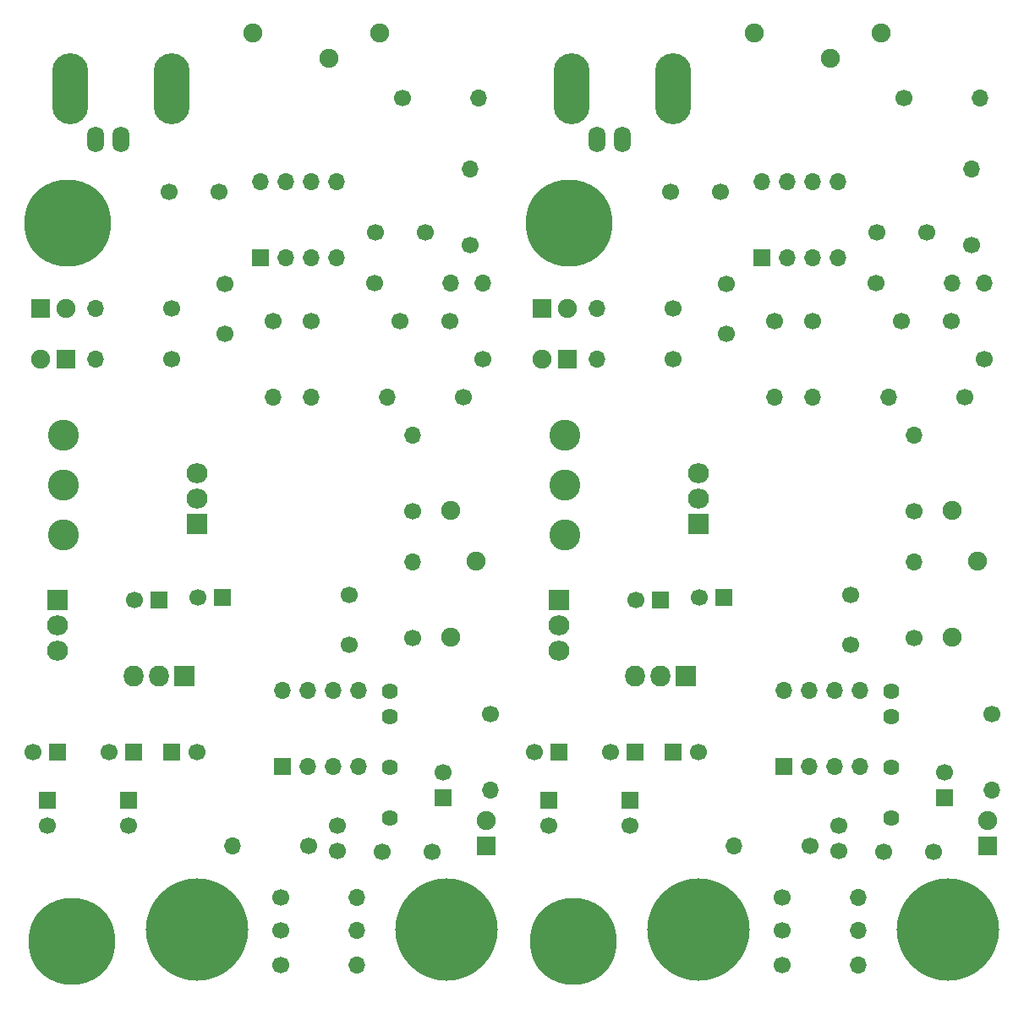
<source format=gbr>
%TF.GenerationSoftware,KiCad,Pcbnew,(5.1.5)-3*%
%TF.CreationDate,2020-06-29T12:52:59+02:00*%
%TF.ProjectId,HCPL Board,4843504c-2042-46f6-9172-642e6b696361,rev?*%
%TF.SameCoordinates,Original*%
%TF.FileFunction,Soldermask,Bot*%
%TF.FilePolarity,Negative*%
%FSLAX46Y46*%
G04 Gerber Fmt 4.6, Leading zero omitted, Abs format (unit mm)*
G04 Created by KiCad (PCBNEW (5.1.5)-3) date 2020-06-29 12:52:59*
%MOMM*%
%LPD*%
G04 APERTURE LIST*
%ADD10R,1.700000X1.700000*%
%ADD11C,1.700000*%
%ADD12O,1.700000X1.700000*%
%ADD13O,3.600000X7.100000*%
%ADD14O,1.700000X2.600000*%
%ADD15C,1.900000*%
%ADD16R,2.100000X2.005000*%
%ADD17O,2.100000X2.005000*%
%ADD18R,2.005000X2.100000*%
%ADD19O,2.005000X2.100000*%
%ADD20C,1.624000*%
%ADD21R,1.900000X1.900000*%
%ADD22C,10.260000*%
%ADD23C,8.700000*%
%ADD24C,3.100000*%
G04 APERTURE END LIST*
D10*
%TO.C,C1*%
X124764000Y-101316000D03*
D11*
X124764000Y-103816000D03*
%TD*%
%TO.C,R1*%
X137146500Y-52040000D03*
D12*
X129526500Y-52040000D03*
%TD*%
D10*
%TO.C,C3*%
X135940000Y-81250000D03*
D11*
X133440000Y-81250000D03*
%TD*%
%TO.C,R3*%
X137210000Y-57120000D03*
D12*
X129590000Y-57120000D03*
%TD*%
D11*
%TO.C,R_A*%
X150926000Y-105888000D03*
D12*
X143306000Y-105888000D03*
%TD*%
D11*
%TO.C,R2*%
X169080000Y-92640000D03*
D12*
X169080000Y-100260000D03*
%TD*%
D13*
%TO.C,J4*%
X127000000Y-29960000D03*
X137160000Y-29960000D03*
D14*
X132080000Y-35040000D03*
X129540000Y-35040000D03*
%TD*%
D11*
%TO.C,C5*%
X160070000Y-53310000D03*
X165070000Y-53310000D03*
%TD*%
%TO.C,R_Shunt1*%
X148100000Y-111000000D03*
D12*
X155720000Y-111000000D03*
%TD*%
D15*
%TO.C,Offset*%
X165150000Y-72240000D03*
X167690000Y-77320000D03*
X165150000Y-84940000D03*
%TD*%
%TO.C,Gain*%
X145280000Y-24440000D03*
X152900000Y-26980000D03*
X157980000Y-24440000D03*
%TD*%
D10*
%TO.C,OP7*%
X146100000Y-46960000D03*
D12*
X153720000Y-39340000D03*
X148640000Y-46960000D03*
X151180000Y-39340000D03*
X151180000Y-46960000D03*
X148640000Y-39340000D03*
X153720000Y-46960000D03*
X146100000Y-39340000D03*
%TD*%
D10*
%TO.C,C4*%
X125780000Y-96490000D03*
D11*
X123280000Y-96490000D03*
%TD*%
D10*
%TO.C,C2*%
X133400000Y-96490000D03*
D11*
X130900000Y-96490000D03*
%TD*%
D16*
%TO.C,L7912*%
X125780000Y-81250000D03*
D17*
X125780000Y-83790000D03*
X125780000Y-86330000D03*
%TD*%
D18*
%TO.C,L7812*%
X138480000Y-88870000D03*
D19*
X135940000Y-88870000D03*
X133400000Y-88870000D03*
%TD*%
D11*
%TO.C,C_A*%
X153783500Y-106332500D03*
X153783500Y-103832500D03*
%TD*%
D20*
%TO.C,Gaptec*%
X159054000Y-90394000D03*
X159054000Y-92934000D03*
X159054000Y-98014000D03*
X159054000Y-103094000D03*
%TD*%
D11*
%TO.C,C7*%
X142544000Y-54580000D03*
X142544000Y-49580000D03*
%TD*%
D10*
%TO.C,C10*%
X164388000Y-100998500D03*
D11*
X164388000Y-98498500D03*
%TD*%
%TO.C,R4*%
X161340000Y-72360000D03*
D12*
X161340000Y-64740000D03*
%TD*%
D10*
%TO.C,C8*%
X142280000Y-80940000D03*
D11*
X139780000Y-80940000D03*
%TD*%
%TO.C,C13*%
X136956000Y-40356000D03*
X141956000Y-40356000D03*
%TD*%
%TO.C,C12*%
X154990000Y-85695000D03*
X154990000Y-80695000D03*
%TD*%
D10*
%TO.C,C6*%
X137210000Y-96490000D03*
D11*
X139710000Y-96490000D03*
%TD*%
D10*
%TO.C,C9*%
X132892000Y-101316000D03*
D11*
X132892000Y-103816000D03*
%TD*%
%TO.C,R7*%
X151180000Y-53310000D03*
D12*
X151180000Y-60930000D03*
%TD*%
D11*
%TO.C,R8*%
X161340000Y-85060000D03*
D12*
X161340000Y-77440000D03*
%TD*%
D21*
%TO.C,+12V*%
X124065500Y-52040000D03*
D15*
X126605500Y-52040000D03*
%TD*%
D22*
%TO.C,J3*%
X139750000Y-114270000D03*
%TD*%
D21*
%TO.C,-12V*%
X126605500Y-57120000D03*
D15*
X124065500Y-57120000D03*
%TD*%
D11*
%TO.C,R5*%
X167055000Y-45690000D03*
D12*
X167055000Y-38070000D03*
%TD*%
D11*
%TO.C,R11*%
X157530000Y-49500000D03*
D12*
X165150000Y-49500000D03*
%TD*%
D10*
%TO.C,HCPL*%
X148280000Y-97940000D03*
D12*
X155900000Y-90320000D03*
X150820000Y-97940000D03*
X153360000Y-90320000D03*
X153360000Y-97940000D03*
X150820000Y-90320000D03*
X155900000Y-97940000D03*
X148280000Y-90320000D03*
%TD*%
D11*
%TO.C,R9*%
X168325000Y-57120000D03*
D12*
X168325000Y-49500000D03*
%TD*%
D22*
%TO.C,J2*%
X164705500Y-114270000D03*
%TD*%
D21*
%TO.C,+5V_iso*%
X168680000Y-105840000D03*
D15*
X168680000Y-103300000D03*
%TD*%
D11*
%TO.C,R6*%
X147370000Y-53310000D03*
D12*
X147370000Y-60930000D03*
%TD*%
D11*
%TO.C,R10*%
X166420000Y-60930000D03*
D12*
X158800000Y-60930000D03*
%TD*%
D23*
%TO.C,REF\002A\002A*%
X126796000Y-43440000D03*
%TD*%
D16*
%TO.C,L7805*%
X139750000Y-73630000D03*
D17*
X139750000Y-71090000D03*
X139750000Y-68550000D03*
%TD*%
D24*
%TO.C,J1*%
X126340000Y-64700000D03*
X126340000Y-69700000D03*
X126340000Y-74700000D03*
%TD*%
D11*
%TO.C,C14*%
X162610000Y-44420000D03*
X157610000Y-44420000D03*
%TD*%
%TO.C,R12*%
X160280000Y-30940000D03*
D12*
X167900000Y-30940000D03*
%TD*%
D11*
%TO.C,R_Shunt2*%
X148090000Y-117826000D03*
D12*
X155710000Y-117826000D03*
%TD*%
D11*
%TO.C,R*%
X148090000Y-114333500D03*
D12*
X155710000Y-114333500D03*
%TD*%
D23*
%TO.C,REF\002A\002A*%
X127180000Y-115440000D03*
%TD*%
D11*
%TO.C,C11*%
X158280000Y-106440000D03*
X163280000Y-106440000D03*
%TD*%
%TO.C,C11*%
X113080000Y-106440000D03*
X108080000Y-106440000D03*
%TD*%
D24*
%TO.C,J1*%
X76140000Y-74700000D03*
X76140000Y-69700000D03*
X76140000Y-64700000D03*
%TD*%
D17*
%TO.C,L7805*%
X89550000Y-68550000D03*
X89550000Y-71090000D03*
D16*
X89550000Y-73630000D03*
%TD*%
D23*
%TO.C,REF\002A\002A*%
X76596000Y-43440000D03*
%TD*%
%TO.C,REF\002A\002A*%
X76980000Y-115440000D03*
%TD*%
D12*
%TO.C,R*%
X105510000Y-114333500D03*
D11*
X97890000Y-114333500D03*
%TD*%
D12*
%TO.C,R_Shunt2*%
X105510000Y-117826000D03*
D11*
X97890000Y-117826000D03*
%TD*%
D12*
%TO.C,R12*%
X117700000Y-30940000D03*
D11*
X110080000Y-30940000D03*
%TD*%
%TO.C,C14*%
X107410000Y-44420000D03*
X112410000Y-44420000D03*
%TD*%
%TO.C,C13*%
X91756000Y-40356000D03*
X86756000Y-40356000D03*
%TD*%
%TO.C,C12*%
X104790000Y-80695000D03*
X104790000Y-85695000D03*
%TD*%
%TO.C,C7*%
X92344000Y-49580000D03*
X92344000Y-54580000D03*
%TD*%
%TO.C,C8*%
X89580000Y-80940000D03*
D10*
X92080000Y-80940000D03*
%TD*%
D12*
%TO.C,R4*%
X111140000Y-64740000D03*
D11*
X111140000Y-72360000D03*
%TD*%
%TO.C,C10*%
X114188000Y-98498500D03*
D10*
X114188000Y-100998500D03*
%TD*%
D11*
%TO.C,C9*%
X82692000Y-103816000D03*
D10*
X82692000Y-101316000D03*
%TD*%
D11*
%TO.C,C6*%
X89510000Y-96490000D03*
D10*
X87010000Y-96490000D03*
%TD*%
D11*
%TO.C,C4*%
X73080000Y-96490000D03*
D10*
X75580000Y-96490000D03*
%TD*%
D11*
%TO.C,C3*%
X83240000Y-81250000D03*
D10*
X85740000Y-81250000D03*
%TD*%
D11*
%TO.C,C2*%
X80700000Y-96490000D03*
D10*
X83200000Y-96490000D03*
%TD*%
D11*
%TO.C,C1*%
X74564000Y-103816000D03*
D10*
X74564000Y-101316000D03*
%TD*%
D11*
%TO.C,C5*%
X114870000Y-53310000D03*
X109870000Y-53310000D03*
%TD*%
D20*
%TO.C,Gaptec*%
X108854000Y-103094000D03*
X108854000Y-98014000D03*
X108854000Y-92934000D03*
X108854000Y-90394000D03*
%TD*%
D15*
%TO.C,Gain*%
X107780000Y-24440000D03*
X102700000Y-26980000D03*
X95080000Y-24440000D03*
%TD*%
%TO.C,Offset*%
X114950000Y-84940000D03*
X117490000Y-77320000D03*
X114950000Y-72240000D03*
%TD*%
D17*
%TO.C,L7912*%
X75580000Y-86330000D03*
X75580000Y-83790000D03*
D16*
X75580000Y-81250000D03*
%TD*%
D14*
%TO.C,J4*%
X79340000Y-35040000D03*
X81880000Y-35040000D03*
D13*
X86960000Y-29960000D03*
X76800000Y-29960000D03*
%TD*%
D11*
%TO.C,C_A*%
X103583500Y-103832500D03*
X103583500Y-106332500D03*
%TD*%
D19*
%TO.C,L7812*%
X83200000Y-88870000D03*
X85740000Y-88870000D03*
D18*
X88280000Y-88870000D03*
%TD*%
D12*
%TO.C,R2*%
X118880000Y-100260000D03*
D11*
X118880000Y-92640000D03*
%TD*%
D12*
%TO.C,OP7*%
X95900000Y-39340000D03*
X103520000Y-46960000D03*
X98440000Y-39340000D03*
X100980000Y-46960000D03*
X100980000Y-39340000D03*
X98440000Y-46960000D03*
X103520000Y-39340000D03*
D10*
X95900000Y-46960000D03*
%TD*%
D12*
%TO.C,R_Shunt1*%
X105520000Y-111000000D03*
D11*
X97900000Y-111000000D03*
%TD*%
D12*
%TO.C,R_A*%
X93106000Y-105888000D03*
D11*
X100726000Y-105888000D03*
%TD*%
D12*
%TO.C,R3*%
X79390000Y-57120000D03*
D11*
X87010000Y-57120000D03*
%TD*%
D12*
%TO.C,R1*%
X79326500Y-52040000D03*
D11*
X86946500Y-52040000D03*
%TD*%
D12*
%TO.C,R11*%
X114950000Y-49500000D03*
D11*
X107330000Y-49500000D03*
%TD*%
D12*
%TO.C,R10*%
X108600000Y-60930000D03*
D11*
X116220000Y-60930000D03*
%TD*%
D12*
%TO.C,R9*%
X118125000Y-49500000D03*
D11*
X118125000Y-57120000D03*
%TD*%
D12*
%TO.C,R8*%
X111140000Y-77440000D03*
D11*
X111140000Y-85060000D03*
%TD*%
D12*
%TO.C,R7*%
X100980000Y-60930000D03*
D11*
X100980000Y-53310000D03*
%TD*%
D12*
%TO.C,R6*%
X97170000Y-60930000D03*
D11*
X97170000Y-53310000D03*
%TD*%
D12*
%TO.C,R5*%
X116855000Y-38070000D03*
D11*
X116855000Y-45690000D03*
%TD*%
D22*
%TO.C,J3*%
X89550000Y-114270000D03*
%TD*%
%TO.C,J2*%
X114505500Y-114270000D03*
%TD*%
D12*
%TO.C,HCPL*%
X98080000Y-90320000D03*
X105700000Y-97940000D03*
X100620000Y-90320000D03*
X103160000Y-97940000D03*
X103160000Y-90320000D03*
X100620000Y-97940000D03*
X105700000Y-90320000D03*
D10*
X98080000Y-97940000D03*
%TD*%
D15*
%TO.C,-12V*%
X73865500Y-57120000D03*
D21*
X76405500Y-57120000D03*
%TD*%
D15*
%TO.C,+5V_iso*%
X118480000Y-103300000D03*
D21*
X118480000Y-105840000D03*
%TD*%
D15*
%TO.C,+12V*%
X76405500Y-52040000D03*
D21*
X73865500Y-52040000D03*
%TD*%
M02*

</source>
